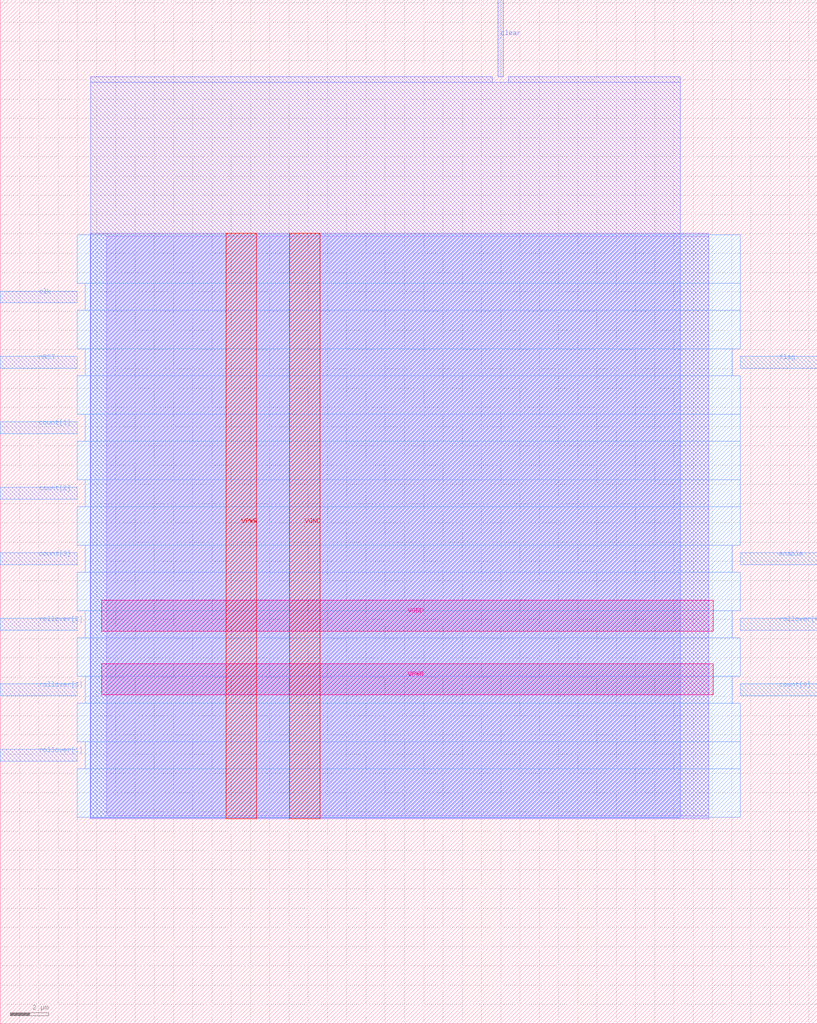
<source format=lef>
VERSION 5.7 ;
  NOWIREEXTENSIONATPIN ON ;
  DIVIDERCHAR "/" ;
  BUSBITCHARS "[]" ;
MACRO flex_counter
  CLASS BLOCK ;
  FOREIGN flex_counter ;
  ORIGIN 0.000 0.000 ;
  SIZE 42.440 BY 53.160 ;
  PIN VGND
    DIRECTION INOUT ;
    USE GROUND ;
    PORT
      LAYER met4 ;
        RECT 15.020 10.640 16.620 41.040 ;
    END
    PORT
      LAYER met5 ;
        RECT 5.280 20.380 37.040 21.980 ;
    END
  END VGND
  PIN VPWR
    DIRECTION INOUT ;
    USE POWER ;
    PORT
      LAYER met4 ;
        RECT 11.720 10.640 13.320 41.040 ;
    END
    PORT
      LAYER met5 ;
        RECT 5.280 17.080 37.040 18.680 ;
    END
  END VPWR
  PIN clear
    DIRECTION INPUT ;
    USE SIGNAL ;
    ANTENNAGATEAREA 0.196500 ;
    PORT
      LAYER met2 ;
        RECT 25.850 49.160 26.130 53.160 ;
    END
  END clear
  PIN clk
    DIRECTION INPUT ;
    USE SIGNAL ;
    ANTENNAGATEAREA 0.852000 ;
    PORT
      LAYER met3 ;
        RECT 0.000 37.440 4.000 38.040 ;
    END
  END clk
  PIN count[0]
    DIRECTION OUTPUT TRISTATE ;
    USE SIGNAL ;
    ANTENNADIFFAREA 0.445500 ;
    PORT
      LAYER met3 ;
        RECT 38.440 17.040 42.440 17.640 ;
    END
  END count[0]
  PIN count[1]
    DIRECTION OUTPUT TRISTATE ;
    USE SIGNAL ;
    ANTENNADIFFAREA 0.795200 ;
    PORT
      LAYER met3 ;
        RECT 0.000 30.640 4.000 31.240 ;
    END
  END count[1]
  PIN count[2]
    DIRECTION OUTPUT TRISTATE ;
    USE SIGNAL ;
    ANTENNADIFFAREA 0.795200 ;
    PORT
      LAYER met3 ;
        RECT 0.000 27.240 4.000 27.840 ;
    END
  END count[2]
  PIN count[3]
    DIRECTION OUTPUT TRISTATE ;
    USE SIGNAL ;
    ANTENNADIFFAREA 0.795200 ;
    PORT
      LAYER met3 ;
        RECT 0.000 23.840 4.000 24.440 ;
    END
  END count[3]
  PIN enable
    DIRECTION INPUT ;
    USE SIGNAL ;
    ANTENNAGATEAREA 0.126000 ;
    PORT
      LAYER met3 ;
        RECT 38.440 23.840 42.440 24.440 ;
    END
  END enable
  PIN flag
    DIRECTION OUTPUT TRISTATE ;
    USE SIGNAL ;
    ANTENNADIFFAREA 0.795200 ;
    PORT
      LAYER met3 ;
        RECT 38.440 34.040 42.440 34.640 ;
    END
  END flag
  PIN nRST
    DIRECTION INPUT ;
    USE SIGNAL ;
    ANTENNAGATEAREA 0.213000 ;
    PORT
      LAYER met3 ;
        RECT 0.000 34.040 4.000 34.640 ;
    END
  END nRST
  PIN rollover[0]
    DIRECTION INPUT ;
    USE SIGNAL ;
    ANTENNAGATEAREA 0.126000 ;
    PORT
      LAYER met3 ;
        RECT 38.440 20.440 42.440 21.040 ;
    END
  END rollover[0]
  PIN rollover[1]
    DIRECTION INPUT ;
    USE SIGNAL ;
    ANTENNAGATEAREA 0.196500 ;
    PORT
      LAYER met3 ;
        RECT 0.000 13.640 4.000 14.240 ;
    END
  END rollover[1]
  PIN rollover[2]
    DIRECTION INPUT ;
    USE SIGNAL ;
    ANTENNAGATEAREA 0.196500 ;
    PORT
      LAYER met3 ;
        RECT 0.000 20.440 4.000 21.040 ;
    END
  END rollover[2]
  PIN rollover[3]
    DIRECTION INPUT ;
    USE SIGNAL ;
    ANTENNAGATEAREA 0.196500 ;
    PORT
      LAYER met3 ;
        RECT 0.000 17.040 4.000 17.640 ;
    END
  END rollover[3]
  OBS
      LAYER li1 ;
        RECT 5.520 10.795 36.800 40.885 ;
      LAYER met1 ;
        RECT 4.670 10.640 36.800 41.040 ;
      LAYER met2 ;
        RECT 4.690 48.880 25.570 49.160 ;
        RECT 26.410 48.880 35.330 49.160 ;
        RECT 4.690 10.695 35.330 48.880 ;
      LAYER met3 ;
        RECT 4.000 38.440 38.440 40.965 ;
        RECT 4.400 37.040 38.440 38.440 ;
        RECT 4.000 35.040 38.440 37.040 ;
        RECT 4.400 33.640 38.040 35.040 ;
        RECT 4.000 31.640 38.440 33.640 ;
        RECT 4.400 30.240 38.440 31.640 ;
        RECT 4.000 28.240 38.440 30.240 ;
        RECT 4.400 26.840 38.440 28.240 ;
        RECT 4.000 24.840 38.440 26.840 ;
        RECT 4.400 23.440 38.040 24.840 ;
        RECT 4.000 21.440 38.440 23.440 ;
        RECT 4.400 20.040 38.040 21.440 ;
        RECT 4.000 18.040 38.440 20.040 ;
        RECT 4.400 16.640 38.040 18.040 ;
        RECT 4.000 14.640 38.440 16.640 ;
        RECT 4.400 13.240 38.440 14.640 ;
        RECT 4.000 10.715 38.440 13.240 ;
  END
END flex_counter
END LIBRARY


</source>
